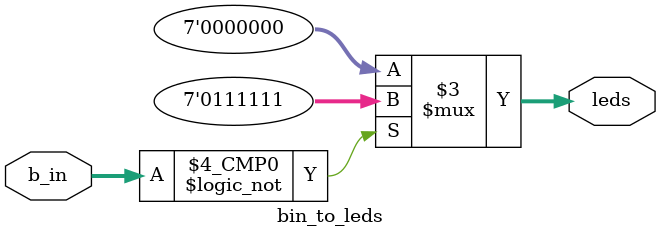
<source format=v>
`timescale 1ns / 1ps

module bin_to_leds(
    input [3:0] b_in,
    output reg [6:0] leds  
    );
    
    always @(b_in)
        case(b_in)
            0: leds = 7'b0111111;
//
// fill in the rest here
//
            default: leds = 7'b0000000;
        endcase
endmodule


</source>
